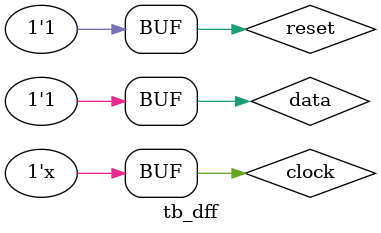
<source format=v>
`timescale 1ns / 1ps


module tb_dff;

    reg clock, data, reset;
    wire q;
    
    dff dut(.clk(clock), .d(data), .reset(reset), .q(q));
    

    always begin
     #5
     clock = ~clock;   
     end
     
     initial begin
     clock <= 1'b0;
      reset <= 1'b0;
      data <= 1'b0;
      #15
      data <= 1'b1;
      #15
      reset <= 1'b1;
      data <= 1'b0;
      #15
      data <= 1'b1;
     end
        
    
    

endmodule

</source>
